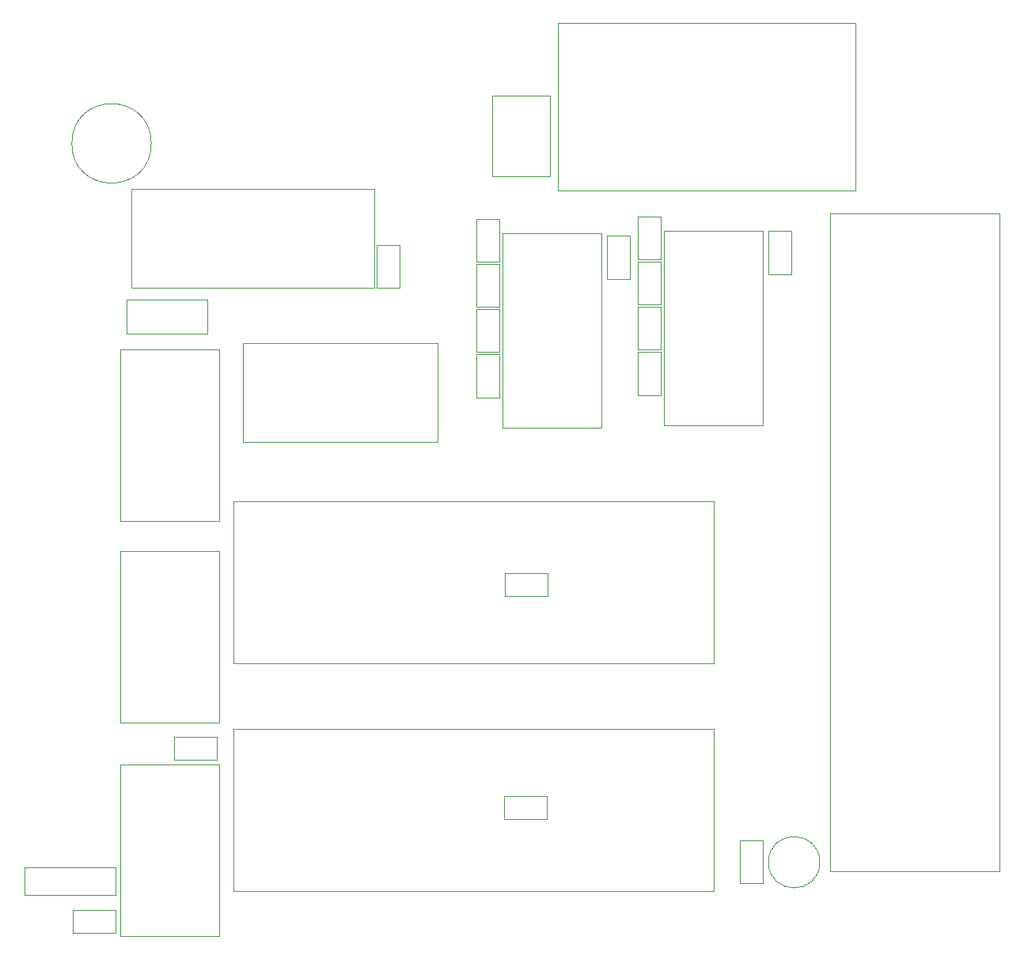
<source format=gbr>
%TF.GenerationSoftware,KiCad,Pcbnew,(5.1.10)-1*%
%TF.CreationDate,2025-03-09T14:01:04+01:00*%
%TF.ProjectId,EA-Modul,45412d4d-6f64-4756-9c2e-6b696361645f,rev?*%
%TF.SameCoordinates,Original*%
%TF.FileFunction,Other,User*%
%FSLAX46Y46*%
G04 Gerber Fmt 4.6, Leading zero omitted, Abs format (unit mm)*
G04 Created by KiCad (PCBNEW (5.1.10)-1) date 2025-03-09 14:01:04*
%MOMM*%
%LPD*%
G01*
G04 APERTURE LIST*
%ADD10C,0.050000*%
G04 APERTURE END LIST*
D10*
%TO.C,U3*%
X90144000Y-132622000D02*
X141494000Y-132622000D01*
X141494000Y-132622000D02*
X141494000Y-115272000D01*
X141494000Y-115272000D02*
X90144000Y-115272000D01*
X90144000Y-115272000D02*
X90144000Y-132622000D01*
%TO.C,R1*%
X67784000Y-130072000D02*
X67784000Y-133072000D01*
X67784000Y-133072000D02*
X77504000Y-133072000D01*
X77504000Y-133072000D02*
X77504000Y-130072000D01*
X77504000Y-130072000D02*
X67784000Y-130072000D01*
%TO.C,C18*%
X118598000Y-60672000D02*
X116098000Y-60672000D01*
X116098000Y-60672000D02*
X116098000Y-65272000D01*
X116098000Y-65272000D02*
X118598000Y-65272000D01*
X118598000Y-65272000D02*
X118598000Y-60672000D01*
%TO.C,C17*%
X135870000Y-60418000D02*
X133370000Y-60418000D01*
X133370000Y-60418000D02*
X133370000Y-65018000D01*
X133370000Y-65018000D02*
X135870000Y-65018000D01*
X135870000Y-65018000D02*
X135870000Y-60418000D01*
%TO.C,C16*%
X116098000Y-79790000D02*
X118598000Y-79790000D01*
X118598000Y-79790000D02*
X118598000Y-75190000D01*
X118598000Y-75190000D02*
X116098000Y-75190000D01*
X116098000Y-75190000D02*
X116098000Y-79790000D01*
%TO.C,C15*%
X133370000Y-79536000D02*
X135870000Y-79536000D01*
X135870000Y-79536000D02*
X135870000Y-74936000D01*
X135870000Y-74936000D02*
X133370000Y-74936000D01*
X133370000Y-74936000D02*
X133370000Y-79536000D01*
%TO.C,C14*%
X118598000Y-70324000D02*
X116098000Y-70324000D01*
X116098000Y-70324000D02*
X116098000Y-74924000D01*
X116098000Y-74924000D02*
X118598000Y-74924000D01*
X118598000Y-74924000D02*
X118598000Y-70324000D01*
%TO.C,C13*%
X135870000Y-70070000D02*
X133370000Y-70070000D01*
X133370000Y-70070000D02*
X133370000Y-74670000D01*
X133370000Y-74670000D02*
X135870000Y-74670000D01*
X135870000Y-74670000D02*
X135870000Y-70070000D01*
%TO.C,C12*%
X118598000Y-65498000D02*
X116098000Y-65498000D01*
X116098000Y-65498000D02*
X116098000Y-70098000D01*
X116098000Y-70098000D02*
X118598000Y-70098000D01*
X118598000Y-70098000D02*
X118598000Y-65498000D01*
%TO.C,C11*%
X135870000Y-65244000D02*
X133370000Y-65244000D01*
X133370000Y-65244000D02*
X133370000Y-69844000D01*
X133370000Y-69844000D02*
X135870000Y-69844000D01*
X135870000Y-69844000D02*
X135870000Y-65244000D01*
%TO.C,U9*%
X118946000Y-62204000D02*
X118946000Y-83054000D01*
X118946000Y-83054000D02*
X129496000Y-83054000D01*
X129496000Y-83054000D02*
X129496000Y-62204000D01*
X129496000Y-62204000D02*
X118946000Y-62204000D01*
%TO.C,U8*%
X136218000Y-61950000D02*
X136218000Y-82800000D01*
X136218000Y-82800000D02*
X146768000Y-82800000D01*
X146768000Y-82800000D02*
X146768000Y-61950000D01*
X146768000Y-61950000D02*
X136218000Y-61950000D01*
%TO.C,U7*%
X78052000Y-74650000D02*
X78052000Y-93000000D01*
X78052000Y-93000000D02*
X88602000Y-93000000D01*
X88602000Y-93000000D02*
X88602000Y-74650000D01*
X88602000Y-74650000D02*
X78052000Y-74650000D01*
%TO.C,U6*%
X91160000Y-84508000D02*
X112010000Y-84508000D01*
X112010000Y-84508000D02*
X112010000Y-73958000D01*
X112010000Y-73958000D02*
X91160000Y-73958000D01*
X91160000Y-73958000D02*
X91160000Y-84508000D01*
%TO.C,U5*%
X78052000Y-119100000D02*
X78052000Y-137450000D01*
X78052000Y-137450000D02*
X88602000Y-137450000D01*
X88602000Y-137450000D02*
X88602000Y-119100000D01*
X88602000Y-119100000D02*
X78052000Y-119100000D01*
%TO.C,U4*%
X78052000Y-96240000D02*
X78052000Y-114590000D01*
X78052000Y-114590000D02*
X88602000Y-114590000D01*
X88602000Y-114590000D02*
X88602000Y-96240000D01*
X88602000Y-96240000D02*
X78052000Y-96240000D01*
%TO.C,U2*%
X90144000Y-108238000D02*
X141494000Y-108238000D01*
X141494000Y-108238000D02*
X141494000Y-90888000D01*
X141494000Y-90888000D02*
X90144000Y-90888000D01*
X90144000Y-90888000D02*
X90144000Y-108238000D01*
%TO.C,U1*%
X105182000Y-57478000D02*
X79232000Y-57478000D01*
X79232000Y-57478000D02*
X79232000Y-68028000D01*
X79232000Y-68028000D02*
X105182000Y-68028000D01*
X105182000Y-68028000D02*
X105182000Y-57478000D01*
%TO.C,J4*%
X156704000Y-57606000D02*
X156704000Y-39656000D01*
X156704000Y-39656000D02*
X124804000Y-39656000D01*
X124804000Y-39656000D02*
X124804000Y-57606000D01*
X124804000Y-57606000D02*
X156704000Y-57606000D01*
%TO.C,J3*%
X117834000Y-47476000D02*
X117834000Y-56126000D01*
X117834000Y-56126000D02*
X123984000Y-56126000D01*
X123984000Y-56126000D02*
X123984000Y-47476000D01*
X123984000Y-47476000D02*
X117834000Y-47476000D01*
%TO.C,J2*%
X78718000Y-72920000D02*
X87368000Y-72920000D01*
X87368000Y-72920000D02*
X87368000Y-69320000D01*
X87368000Y-69320000D02*
X78718000Y-69320000D01*
X78718000Y-69320000D02*
X78718000Y-72920000D01*
%TO.C,J1*%
X153976000Y-130508000D02*
X172076000Y-130508000D01*
X172076000Y-130508000D02*
X172076000Y-60058000D01*
X172076000Y-60058000D02*
X153976000Y-60058000D01*
X153976000Y-60058000D02*
X153976000Y-130508000D01*
%TO.C,C10*%
X119132000Y-98572000D02*
X119132000Y-101072000D01*
X119132000Y-101072000D02*
X123732000Y-101072000D01*
X123732000Y-101072000D02*
X123732000Y-98572000D01*
X123732000Y-98572000D02*
X119132000Y-98572000D01*
%TO.C,C9*%
X107930000Y-63466000D02*
X105430000Y-63466000D01*
X105430000Y-63466000D02*
X105430000Y-68066000D01*
X105430000Y-68066000D02*
X107930000Y-68066000D01*
X107930000Y-68066000D02*
X107930000Y-63466000D01*
%TO.C,C8*%
X146792000Y-127220000D02*
X144292000Y-127220000D01*
X144292000Y-127220000D02*
X144292000Y-131820000D01*
X144292000Y-131820000D02*
X146792000Y-131820000D01*
X146792000Y-131820000D02*
X146792000Y-127220000D01*
%TO.C,C7*%
X147340000Y-66582000D02*
X149840000Y-66582000D01*
X149840000Y-66582000D02*
X149840000Y-61982000D01*
X149840000Y-61982000D02*
X147340000Y-61982000D01*
X147340000Y-61982000D02*
X147340000Y-66582000D01*
%TO.C,C6*%
X152864000Y-129560000D02*
G75*
G03*
X152864000Y-129560000I-2750000J0D01*
G01*
%TO.C,C5*%
X119092000Y-122448000D02*
X119092000Y-124948000D01*
X119092000Y-124948000D02*
X123692000Y-124948000D01*
X123692000Y-124948000D02*
X123692000Y-122448000D01*
X123692000Y-122448000D02*
X119092000Y-122448000D01*
%TO.C,C4*%
X77504000Y-137140000D02*
X77504000Y-134640000D01*
X77504000Y-134640000D02*
X72904000Y-134640000D01*
X72904000Y-134640000D02*
X72904000Y-137140000D01*
X72904000Y-137140000D02*
X77504000Y-137140000D01*
%TO.C,C3*%
X83786000Y-116098000D02*
X83786000Y-118598000D01*
X83786000Y-118598000D02*
X88386000Y-118598000D01*
X88386000Y-118598000D02*
X88386000Y-116098000D01*
X88386000Y-116098000D02*
X83786000Y-116098000D01*
%TO.C,C2*%
X130068000Y-67090000D02*
X132568000Y-67090000D01*
X132568000Y-67090000D02*
X132568000Y-62490000D01*
X132568000Y-62490000D02*
X130068000Y-62490000D01*
X130068000Y-62490000D02*
X130068000Y-67090000D01*
%TO.C,C1*%
X81334000Y-52578000D02*
G75*
G03*
X81334000Y-52578000I-4250000J0D01*
G01*
%TD*%
M02*

</source>
